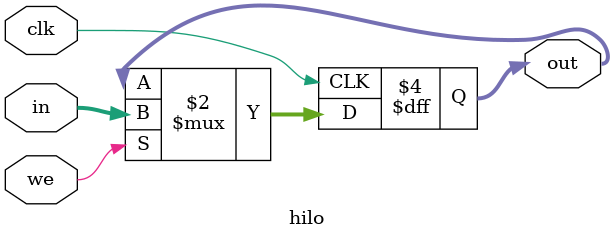
<source format=v>
`timescale 1ns / 1ps


module hilo
(
    input wire clk,
    input wire we,
    input wire [31:0] in,
    output reg [31:0] out
);

always @(posedge clk) begin
    if(we) begin
        out <= in;
    end
end

endmodule

</source>
